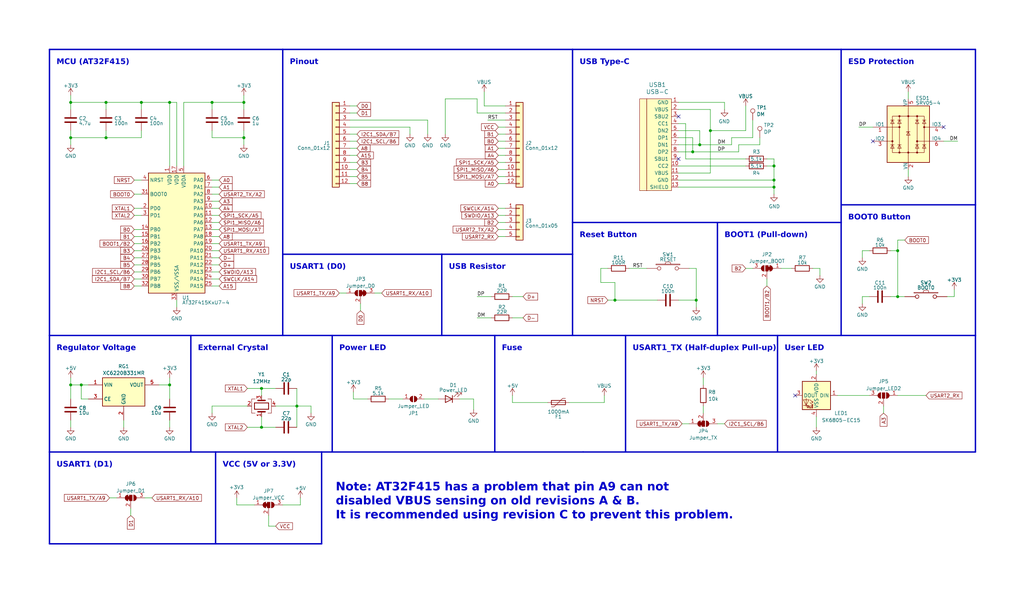
<source format=kicad_sch>
(kicad_sch (version 20231120) (generator "eeschema") (generator_version "8.0")
  (paper "User" 367.995 213.004)
  (title_block (title "Artemisia") (date "2024-04-25") (rev "2") (comment 1 "Copyright © 2024 HorrorTroll") (comment 2 "GPL2 License"))
  (junction (at 220.98 107.95))
  (junction (at 25.4 138.43))
  (junction (at 278.13 59.69))
  (junction (at 29.21 138.43))
  (junction (at 322.58 90.17))
  (junction (at 93.98 153.67))
  (junction (at 38.1 49.53))
  (junction (at 38.1 36.83))
  (junction (at 93.98 139.7))
  (junction (at 250.19 107.95))
  (junction (at 251.46 52.07))
  (junction (at 106.68 146.05))
  (junction (at 322.58 106.68))
  (junction (at 50.8 36.83))
  (junction (at 278.13 64.77))
  (junction (at 25.4 49.53))
  (junction (at 87.63 36.83))
  (junction (at 60.96 138.43))
  (junction (at 278.13 67.31))
  (junction (at 25.4 36.83))
  (junction (at 87.63 49.53))
  (junction (at 60.96 36.83))
  (junction (at 255.27 46.99))
  (junction (at 76.2 36.83))
  (junction (at 248.92 54.61))
  (no_connect (at 243.84 57.15))
  (no_connect (at 339.09 45.72))
  (no_connect (at 243.84 41.91))
  (no_connect (at 285.75 142.24))
  (no_connect (at 313.69 50.8))
  (polyline (pts (xy 350.52 73.66) (xy 350.52 120.65)) (stroke (width 0.5) (type solid)))
  (wire (pts (xy 125.73 55.88) (xy 128.27 55.88)))
  (wire (pts (xy 179.07 53.34) (xy 181.61 53.34)))
  (wire (pts (xy 226.06 96.52) (xy 232.41 96.52)))
  (wire (pts (xy 204.47 144.78) (xy 217.17 144.78)))
  (wire (pts (xy 76.2 69.85) (xy 78.74 69.85)))
  (wire (pts (xy 280.67 96.52) (xy 284.48 96.52)))
  (polyline (pts (xy 224.79 120.65) (xy 257.81 120.65)) (stroke (width 0.5) (type solid)))
  (wire (pts (xy 125.73 50.8) (xy 128.27 50.8)))
  (polyline (pts (xy 350.52 120.65) (xy 350.52 162.56)) (stroke (width 0.5) (type solid)))
  (wire (pts (xy 63.5 107.95) (xy 63.5 110.49)))
  (wire (pts (xy 267.97 46.99) (xy 255.27 46.99)))
  (wire (pts (xy 60.96 138.43) (xy 60.96 143.51)))
  (wire (pts (xy 127 143.51) (xy 132.08 143.51)))
  (wire (pts (xy 255.27 39.37) (xy 255.27 46.99)))
  (wire (pts (xy 179.07 55.88) (xy 181.61 55.88)))
  (wire (pts (xy 78.74 77.47) (xy 76.2 77.47)))
  (wire (pts (xy 44.45 151.13) (xy 44.45 153.67)))
  (wire (pts (xy 322.58 106.68) (xy 325.12 106.68)))
  (polyline (pts (xy 77.47 195.58) (xy 77.47 162.56)) (stroke (width 0.5) (type solid)))
  (wire (pts (xy 107.95 179.07) (xy 107.95 181.61)))
  (wire (pts (xy 187.96 114.3) (xy 184.15 114.3)))
  (wire (pts (xy 300.99 142.24) (xy 312.42 142.24)))
  (wire (pts (xy 342.9 104.14) (xy 342.9 106.68)))
  (wire (pts (xy 48.26 90.17) (xy 50.8 90.17)))
  (wire (pts (xy 85.09 179.07) (xy 85.09 181.61)))
  (wire (pts (xy 25.4 39.37) (xy 25.4 36.83)))
  (polyline (pts (xy 17.78 17.78) (xy 101.6 17.78)) (stroke (width 0.5) (type solid)))
  (wire (pts (xy 322.58 142.24) (xy 332.74 142.24)))
  (wire (pts (xy 66.04 36.83) (xy 76.2 36.83)))
  (wire (pts (xy 326.39 60.96) (xy 326.39 63.5)))
  (wire (pts (xy 243.84 46.99) (xy 251.46 46.99)))
  (wire (pts (xy 125.73 48.26) (xy 128.27 48.26)))
  (polyline (pts (xy 257.81 120.65) (xy 279.4 120.65)) (stroke (width 0.5) (type solid)))
  (wire (pts (xy 273.05 49.53) (xy 273.05 52.07)))
  (wire (pts (xy 278.13 64.77) (xy 278.13 59.69)))
  (wire (pts (xy 25.4 151.13) (xy 25.4 153.67)))
  (polyline (pts (xy 257.81 120.65) (xy 257.81 80.01)) (stroke (width 0.5) (type solid)))
  (polyline (pts (xy 279.4 162.56) (xy 279.4 120.65)) (stroke (width 0.5) (type solid)))
  (wire (pts (xy 179.07 82.55) (xy 181.61 82.55)))
  (polyline (pts (xy 224.79 162.56) (xy 224.79 120.65)) (stroke (width 0.5) (type solid)))
  (wire (pts (xy 217.17 144.78) (xy 217.17 142.24)))
  (polyline (pts (xy 224.79 162.56) (xy 279.4 162.56)) (stroke (width 0.5) (type solid)))
  (wire (pts (xy 76.2 36.83) (xy 76.2 39.37)))
  (wire (pts (xy 76.2 49.53) (xy 87.63 49.53)))
  (wire (pts (xy 93.98 139.7) (xy 93.98 142.24)))
  (wire (pts (xy 275.59 57.15) (xy 278.13 57.15)))
  (wire (pts (xy 48.26 87.63) (xy 50.8 87.63)))
  (wire (pts (xy 245.11 152.4) (xy 247.65 152.4)))
  (wire (pts (xy 257.81 152.4) (xy 260.35 152.4)))
  (wire (pts (xy 322.58 90.17) (xy 322.58 106.68)))
  (wire (pts (xy 78.74 64.77) (xy 76.2 64.77)))
  (wire (pts (xy 48.26 95.25) (xy 50.8 95.25)))
  (wire (pts (xy 50.8 36.83) (xy 60.96 36.83)))
  (wire (pts (xy 270.51 43.18) (xy 270.51 49.53)))
  (polyline (pts (xy 302.26 17.78) (xy 350.52 17.78)) (stroke (width 0.5) (type solid)))
  (wire (pts (xy 243.84 62.23) (xy 255.27 62.23)))
  (wire (pts (xy 220.98 107.95) (xy 236.22 107.95)))
  (wire (pts (xy 171.45 114.3) (xy 176.53 114.3)))
  (wire (pts (xy 179.07 58.42) (xy 181.61 58.42)))
  (wire (pts (xy 320.04 106.68) (xy 322.58 106.68)))
  (polyline (pts (xy 205.74 120.65) (xy 224.79 120.65)) (stroke (width 0.5) (type solid)))
  (polyline (pts (xy 302.26 17.78) (xy 302.26 73.66)) (stroke (width 0.5) (type solid)))
  (wire (pts (xy 63.5 36.83) (xy 63.5 59.69)))
  (wire (pts (xy 78.74 85.09) (xy 76.2 85.09)))
  (polyline (pts (xy 350.52 73.66) (xy 302.26 73.66)) (stroke (width 0.5) (type solid)))
  (wire (pts (xy 78.74 102.87) (xy 76.2 102.87)))
  (wire (pts (xy 48.26 97.79) (xy 50.8 97.79)))
  (wire (pts (xy 48.26 100.33) (xy 50.8 100.33)))
  (wire (pts (xy 179.07 45.72) (xy 181.61 45.72)))
  (wire (pts (xy 87.63 49.53) (xy 87.63 46.99)))
  (wire (pts (xy 267.97 96.52) (xy 270.51 96.52)))
  (wire (pts (xy 76.2 146.05) (xy 88.9 146.05)))
  (wire (pts (xy 171.45 35.56) (xy 160.02 35.56)))
  (wire (pts (xy 152.4 143.51) (xy 157.48 143.51)))
  (wire (pts (xy 128.27 38.1) (xy 125.73 38.1)))
  (wire (pts (xy 215.9 96.52) (xy 215.9 101.6)))
  (wire (pts (xy 38.1 36.83) (xy 50.8 36.83)))
  (wire (pts (xy 278.13 67.31) (xy 278.13 64.77)))
  (wire (pts (xy 88.9 139.7) (xy 93.98 139.7)))
  (wire (pts (xy 175.26 43.18) (xy 181.61 43.18)))
  (polyline (pts (xy 119.38 162.56) (xy 119.38 120.65)) (stroke (width 0.5) (type solid)))
  (wire (pts (xy 78.74 95.25) (xy 76.2 95.25)))
  (polyline (pts (xy 279.4 120.65) (xy 302.26 120.65)) (stroke (width 0.5) (type solid)))
  (wire (pts (xy 320.04 90.17) (xy 322.58 90.17)))
  (polyline (pts (xy 101.6 17.78) (xy 205.74 17.78)) (stroke (width 0.5) (type solid)))
  (wire (pts (xy 88.9 153.67) (xy 93.98 153.67)))
  (wire (pts (xy 251.46 46.99) (xy 251.46 52.07)))
  (wire (pts (xy 153.67 48.26) (xy 153.67 43.18)))
  (wire (pts (xy 250.19 96.52) (xy 247.65 96.52)))
  (wire (pts (xy 184.15 144.78) (xy 184.15 142.24)))
  (wire (pts (xy 52.07 179.07) (xy 54.61 179.07)))
  (polyline (pts (xy 68.58 120.65) (xy 101.6 120.65)) (stroke (width 0.5) (type solid)))
  (wire (pts (xy 48.26 92.71) (xy 50.8 92.71)))
  (wire (pts (xy 134.62 105.41) (xy 137.16 105.41)))
  (wire (pts (xy 322.58 86.36) (xy 322.58 90.17)))
  (wire (pts (xy 85.09 181.61) (xy 91.44 181.61)))
  (polyline (pts (xy 350.52 162.56) (xy 279.4 162.56)) (stroke (width 0.5) (type solid)))
  (wire (pts (xy 38.1 49.53) (xy 25.4 49.53)))
  (polyline (pts (xy 17.78 162.56) (xy 68.58 162.56)) (stroke (width 0.5) (type solid)))
  (wire (pts (xy 66.04 36.83) (xy 66.04 59.69)))
  (wire (pts (xy 179.07 50.8) (xy 181.61 50.8)))
  (wire (pts (xy 275.59 59.69) (xy 278.13 59.69)))
  (wire (pts (xy 293.37 149.86) (xy 293.37 153.67)))
  (polyline (pts (xy 205.74 80.01) (xy 205.74 91.44)) (stroke (width 0.5) (type solid)))
  (wire (pts (xy 179.07 63.5) (xy 181.61 63.5)))
  (polyline (pts (xy 17.78 162.56) (xy 17.78 195.58)) (stroke (width 0.5) (type solid)))
  (wire (pts (xy 243.84 49.53) (xy 248.92 49.53)))
  (wire (pts (xy 153.67 43.18) (xy 125.73 43.18)))
  (wire (pts (xy 125.73 45.72) (xy 147.32 45.72)))
  (wire (pts (xy 294.64 96.52) (xy 292.1 96.52)))
  (polyline (pts (xy 119.38 120.65) (xy 158.75 120.65)) (stroke (width 0.5) (type solid)))
  (wire (pts (xy 25.4 49.53) (xy 25.4 52.07)))
  (polyline (pts (xy 158.75 91.44) (xy 205.74 91.44)) (stroke (width 0.5) (type solid)))
  (wire (pts (xy 101.6 181.61) (xy 107.95 181.61)))
  (wire (pts (xy 48.26 69.85) (xy 50.8 69.85)))
  (wire (pts (xy 78.74 97.79) (xy 76.2 97.79)))
  (wire (pts (xy 252.73 135.89) (xy 252.73 138.43)))
  (wire (pts (xy 275.59 102.87) (xy 275.59 100.33)))
  (wire (pts (xy 270.51 49.53) (xy 262.89 49.53)))
  (wire (pts (xy 187.96 106.68) (xy 184.15 106.68)))
  (wire (pts (xy 267.97 38.1) (xy 267.97 46.99)))
  (wire (pts (xy 294.64 96.52) (xy 294.64 99.06)))
  (wire (pts (xy 179.07 48.26) (xy 181.61 48.26)))
  (polyline (pts (xy 350.52 17.78) (xy 350.52 73.66)) (stroke (width 0.5) (type solid)))
  (wire (pts (xy 25.4 138.43) (xy 29.21 138.43)))
  (wire (pts (xy 278.13 67.31) (xy 278.13 69.85)))
  (polyline (pts (xy 115.57 162.56) (xy 119.38 162.56)) (stroke (width 0.5) (type solid)))
  (wire (pts (xy 165.1 143.51) (xy 170.18 143.51)))
  (wire (pts (xy 60.96 151.13) (xy 60.96 153.67)))
  (wire (pts (xy 255.27 46.99) (xy 255.27 62.23)))
  (wire (pts (xy 76.2 49.53) (xy 76.2 46.99)))
  (wire (pts (xy 171.45 40.64) (xy 181.61 40.64)))
  (wire (pts (xy 179.07 74.93) (xy 181.61 74.93)))
  (wire (pts (xy 50.8 36.83) (xy 50.8 39.37)))
  (wire (pts (xy 170.18 147.32) (xy 170.18 143.51)))
  (polyline (pts (xy 101.6 17.78) (xy 101.6 91.44)) (stroke (width 0.5) (type solid)))
  (wire (pts (xy 173.99 38.1) (xy 181.61 38.1)))
  (wire (pts (xy 243.84 64.77) (xy 278.13 64.77)))
  (wire (pts (xy 160.02 35.56) (xy 160.02 48.26)))
  (polyline (pts (xy 158.75 120.65) (xy 177.8 120.65)) (stroke (width 0.5) (type solid)))
  (polyline (pts (xy 17.78 120.65) (xy 17.78 17.78)) (stroke (width 0.5) (type solid)))
  (wire (pts (xy 325.12 86.36) (xy 322.58 86.36)))
  (wire (pts (xy 171.45 35.56) (xy 171.45 40.64)))
  (polyline (pts (xy 68.58 162.56) (xy 68.58 120.65)) (stroke (width 0.5) (type solid)))
  (polyline (pts (xy 101.6 91.44) (xy 101.6 120.65)) (stroke (width 0.5) (type solid)))
  (polyline (pts (xy 177.8 120.65) (xy 205.74 120.65)) (stroke (width 0.5) (type solid)))
  (wire (pts (xy 38.1 36.83) (xy 38.1 39.37)))
  (wire (pts (xy 218.44 107.95) (xy 220.98 107.95)))
  (wire (pts (xy 93.98 153.67) (xy 99.06 153.67)))
  (wire (pts (xy 78.74 100.33) (xy 76.2 100.33)))
  (wire (pts (xy 308.61 45.72) (xy 313.69 45.72)))
  (wire (pts (xy 128.27 40.64) (xy 125.73 40.64)))
  (wire (pts (xy 106.68 139.7) (xy 106.68 146.05)))
  (wire (pts (xy 243.84 54.61) (xy 248.92 54.61)))
  (wire (pts (xy 260.35 36.83) (xy 243.84 36.83)))
  (wire (pts (xy 293.37 133.35) (xy 293.37 134.62)))
  (wire (pts (xy 78.74 90.17) (xy 76.2 90.17)))
  (polyline (pts (xy 17.78 195.58) (xy 77.47 195.58)) (stroke (width 0.5) (type solid)))
  (wire (pts (xy 76.2 36.83) (xy 87.63 36.83)))
  (polyline (pts (xy 101.6 120.65) (xy 119.38 120.65)) (stroke (width 0.5) (type solid)))
  (wire (pts (xy 339.09 50.8) (xy 344.17 50.8)))
  (wire (pts (xy 220.98 101.6) (xy 220.98 107.95)))
  (wire (pts (xy 125.73 53.34) (xy 128.27 53.34)))
  (wire (pts (xy 309.88 90.17) (xy 309.88 92.71)))
  (wire (pts (xy 173.99 33.02) (xy 173.99 38.1)))
  (wire (pts (xy 326.39 33.02) (xy 326.39 35.56)))
  (wire (pts (xy 31.75 143.51) (xy 29.21 143.51)))
  (wire (pts (xy 252.73 146.05) (xy 252.73 148.59)))
  (polyline (pts (xy 302.26 120.65) (xy 302.26 80.01)) (stroke (width 0.5) (type solid)))
  (wire (pts (xy 111.76 146.05) (xy 111.76 148.59)))
  (polyline (pts (xy 101.6 91.44) (xy 158.75 91.44)) (stroke (width 0.5) (type solid)))
  (wire (pts (xy 184.15 144.78) (xy 196.85 144.78)))
  (polyline (pts (xy 177.8 162.56) (xy 209.55 162.56)) (stroke (width 0.5) (type solid)))
  (wire (pts (xy 179.07 77.47) (xy 181.61 77.47)))
  (polyline (pts (xy 209.55 162.56) (xy 224.79 162.56)) (stroke (width 0.5) (type solid)))
  (wire (pts (xy 78.74 87.63) (xy 76.2 87.63)))
  (wire (pts (xy 309.88 109.22) (xy 309.88 106.68)))
  (wire (pts (xy 139.7 143.51) (xy 144.78 143.51)))
  (wire (pts (xy 50.8 46.99) (xy 50.8 49.53)))
  (wire (pts (xy 246.38 57.15) (xy 267.97 57.15)))
  (wire (pts (xy 179.07 80.01) (xy 181.61 80.01)))
  (wire (pts (xy 25.4 135.89) (xy 25.4 138.43)))
  (polyline (pts (xy 257.81 80.01) (xy 302.26 80.01)) (stroke (width 0.5) (type solid)))
  (wire (pts (xy 260.35 39.37) (xy 260.35 36.83)))
  (polyline (pts (xy 17.78 120.65) (xy 17.78 162.56)) (stroke (width 0.5) (type solid)))
  (polyline (pts (xy 115.57 195.58) (xy 115.57 162.56)) (stroke (width 0.5) (type solid)))
  (wire (pts (xy 179.07 85.09) (xy 181.61 85.09)))
  (wire (pts (xy 309.88 106.68) (xy 312.42 106.68)))
  (wire (pts (xy 87.63 36.83) (xy 87.63 39.37)))
  (wire (pts (xy 265.43 52.07) (xy 273.05 52.07)))
  (wire (pts (xy 48.26 74.93) (xy 50.8 74.93)))
  (wire (pts (xy 48.26 85.09) (xy 50.8 85.09)))
  (wire (pts (xy 96.52 185.42) (xy 96.52 189.23)))
  (wire (pts (xy 25.4 49.53) (xy 25.4 46.99)))
  (wire (pts (xy 215.9 96.52) (xy 218.44 96.52)))
  (wire (pts (xy 48.26 64.77) (xy 50.8 64.77)))
  (wire (pts (xy 93.98 149.86) (xy 93.98 153.67)))
  (wire (pts (xy 25.4 34.29) (xy 25.4 36.83)))
  (wire (pts (xy 309.88 90.17) (xy 312.42 90.17)))
  (wire (pts (xy 251.46 52.07) (xy 262.89 52.07)))
  (polyline (pts (xy 77.47 195.58) (xy 115.57 195.58)) (stroke (width 0.5) (type solid)))
  (wire (pts (xy 246.38 44.45) (xy 246.38 57.15)))
  (wire (pts (xy 248.92 54.61) (xy 265.43 54.61)))
  (wire (pts (xy 25.4 36.83) (xy 38.1 36.83)))
  (wire (pts (xy 60.96 36.83) (xy 60.96 59.69)))
  (wire (pts (xy 147.32 45.72) (xy 147.32 48.26)))
  (wire (pts (xy 48.26 77.47) (xy 50.8 77.47)))
  (wire (pts (xy 121.92 105.41) (xy 124.46 105.41)))
  (polyline (pts (xy 68.58 162.56) (xy 77.47 162.56)) (stroke (width 0.5) (type solid)))
  (wire (pts (xy 78.74 92.71) (xy 76.2 92.71)))
  (wire (pts (xy 125.73 66.04) (xy 128.27 66.04)))
  (wire (pts (xy 129.54 109.22) (xy 129.54 111.76)))
  (wire (pts (xy 96.52 189.23) (xy 99.06 189.23)))
  (wire (pts (xy 171.45 106.68) (xy 176.53 106.68)))
  (wire (pts (xy 78.74 80.01) (xy 76.2 80.01)))
  (wire (pts (xy 46.99 182.88) (xy 46.99 185.42)))
  (wire (pts (xy 278.13 59.69) (xy 278.13 57.15)))
  (wire (pts (xy 179.07 66.04) (xy 181.61 66.04)))
  (wire (pts (xy 125.73 58.42) (xy 128.27 58.42)))
  (polyline (pts (xy 177.8 162.56) (xy 177.8 120.65)) (stroke (width 0.5) (type solid)))
  (wire (pts (xy 243.84 44.45) (xy 246.38 44.45)))
  (polyline (pts (xy 205.74 80.01) (xy 257.81 80.01)) (stroke (width 0.5) (type solid)))
  (polyline (pts (xy 205.74 17.78) (xy 302.26 17.78)) (stroke (width 0.5) (type solid)))
  (wire (pts (xy 57.15 138.43) (xy 60.96 138.43)))
  (wire (pts (xy 78.74 67.31) (xy 76.2 67.31)))
  (polyline (pts (xy 350.52 120.65) (xy 302.26 120.65)) (stroke (width 0.5) (type solid)))
  (wire (pts (xy 29.21 138.43) (xy 31.75 138.43)))
  (wire (pts (xy 87.63 49.53) (xy 87.63 52.07)))
  (wire (pts (xy 243.84 107.95) (xy 250.19 107.95)))
  (wire (pts (xy 265.43 52.07) (xy 265.43 54.61)))
  (polyline (pts (xy 17.78 120.65) (xy 68.58 120.65)) (stroke (width 0.5) (type solid)))
  (wire (pts (xy 76.2 72.39) (xy 78.74 72.39)))
  (wire (pts (xy 243.84 39.37) (xy 255.27 39.37)))
  (wire (pts (xy 215.9 101.6) (xy 220.98 101.6)))
  (wire (pts (xy 38.1 46.99) (xy 38.1 49.53)))
  (wire (pts (xy 93.98 139.7) (xy 99.06 139.7)))
  (wire (pts (xy 48.26 82.55) (xy 50.8 82.55)))
  (wire (pts (xy 99.06 146.05) (xy 106.68 146.05)))
  (wire (pts (xy 317.5 146.05) (xy 317.5 148.59)))
  (wire (pts (xy 127 140.97) (xy 127 143.51)))
  (wire (pts (xy 125.73 60.96) (xy 128.27 60.96)))
  (wire (pts (xy 248.92 49.53) (xy 248.92 54.61)))
  (wire (pts (xy 262.89 49.53) (xy 262.89 52.07)))
  (wire (pts (xy 48.26 102.87) (xy 50.8 102.87)))
  (wire (pts (xy 87.63 34.29) (xy 87.63 36.83)))
  (polyline (pts (xy 119.38 162.56) (xy 177.8 162.56)) (stroke (width 0.5) (type solid)))
  (wire (pts (xy 29.21 143.51) (xy 29.21 138.43)))
  (wire (pts (xy 243.84 59.69) (xy 267.97 59.69)))
  (polyline (pts (xy 302.26 73.66) (xy 302.26 80.01)) (stroke (width 0.5) (type solid)))
  (wire (pts (xy 106.68 146.05) (xy 106.68 153.67)))
  (wire (pts (xy 125.73 63.5) (xy 128.27 63.5)))
  (wire (pts (xy 60.96 36.83) (xy 63.5 36.83)))
  (polyline (pts (xy 77.47 162.56) (xy 115.57 162.56)) (stroke (width 0.5) (type solid)))
  (polyline (pts (xy 205.74 17.78) (xy 205.74 80.01)) (stroke (width 0.5) (type solid)))
  (wire (pts (xy 106.68 146.05) (xy 111.76 146.05)))
  (wire (pts (xy 39.37 179.07) (xy 41.91 179.07)))
  (polyline (pts (xy 158.75 120.65) (xy 158.75 91.44)) (stroke (width 0.5) (type solid)))
  (wire (pts (xy 25.4 138.43) (xy 25.4 143.51)))
  (wire (pts (xy 78.74 74.93) (xy 76.2 74.93)))
  (polyline (pts (xy 205.74 120.65) (xy 205.74 91.44)) (stroke (width 0.5) (type solid)))
  (wire (pts (xy 60.96 135.89) (xy 60.96 138.43)))
  (wire (pts (xy 342.9 106.68) (xy 340.36 106.68)))
  (wire (pts (xy 250.19 107.95) (xy 250.19 110.49)))
  (wire (pts (xy 50.8 49.53) (xy 38.1 49.53)))
  (wire (pts (xy 78.74 82.55) (xy 76.2 82.55)))
  (wire (pts (xy 179.07 60.96) (xy 181.61 60.96)))
  (wire (pts (xy 76.2 146.05) (xy 76.2 148.59)))
  (wire (pts (xy 243.84 52.07) (xy 251.46 52.07)))
  (wire (pts (xy 250.19 96.52) (xy 250.19 107.95)))
  (wire (pts (xy 243.84 67.31) (xy 278.13 67.31)))
  (text "BOOT0 Button" (at 304.8 80.01 0) (effects (font (size 2 2) (thickness 0.4) (bold yes)) (justify left bottom)))
  (text "MCU (AT32F415)" (at 20.32 24.13 0) (effects (font (size 2 2) (thickness 0.4) (bold yes)) (justify left bottom)))
  (text "USART1 (D0)" (at 104.14 97.79 0) (effects (font (size 2 2) (thickness 0.4) (bold yes)) (justify left bottom)))
  (text "USART1 (D1)" (at 20.32 168.91 0) (effects (font (size 2 2) (thickness 0.4) (bold yes)) (justify left bottom)))
  (text "Power LED" (at 121.92 127 0) (effects (font (size 2 2) (thickness 0.4) (bold yes)) (justify left bottom)))
  (text "ESD Protection" (at 304.8 24.13 0) (effects (font (size 2 2) (thickness 0.4) (bold yes)) (justify left bottom)))
  (text "Regulator Voltage" (at 20.32 127 0) (effects (font (size 2 2) (thickness 0.4) (bold yes)) (justify left bottom)))
  (text "VCC (5V or 3.3V)" (at 80.01 168.91 0) (effects (font (size 2 2) (thickness 0.4) (bold yes)) (justify left bottom)))
  (text "Note: AT32F415 has a problem that pin A9 can not\ndisabled VBUS sensing on old revisions A & B.\nIt is recommended using revision C to prevent this problem." (at 120.65 187.96 0) (effects (font (size 3 3) (thickness 0.4) (bold yes)) (justify left bottom)))
  (text "User LED" (at 281.94 127 0) (effects (font (size 2 2) (thickness 0.4) (bold yes)) (justify left bottom)))
  (text "USB Resistor" (at 161.29 97.79 0) (effects (font (size 2 2) (thickness 0.4) (bold yes)) (justify left bottom)))
  (text "BOOT1 (Pull-down)" (at 260.35 86.36 0) (effects (font (size 2 2) (thickness 0.4) (bold yes)) (justify left bottom)))
  (text "Pinout" (at 104.14 24.13 0) (effects (font (size 2 2) (thickness 0.4) (bold yes)) (justify left bottom)))
  (text "External Crystal" (at 71.12 127 0) (effects (font (size 2 2) (thickness 0.4) (bold yes)) (justify left bottom)))
  (text "USB Type-C" (at 208.28 24.13 0) (effects (font (size 2 2) (thickness 0.4) (bold yes)) (justify left bottom)))
  (text "USART1_TX (Half-duplex Pull-up)" (at 227.33 127 0) (effects (font (size 2 2) (thickness 0.4) (bold yes)) (justify left bottom)))
  (text "Fuse" (at 180.34 127 0) (effects (font (size 2 2) (thickness 0.4) (bold yes)) (justify left bottom)))
  (text "Reset Button" (at 208.28 86.36 0) (effects (font (size 2 2) (thickness 0.4) (bold yes)) (justify left bottom)))
  (label "DM" (at 171.45 114.3 0))
  (label "DM" (at 257.81 52.07 0))
  (label "DM" (at 344.17 50.8 180))
  (label "RST" (at 175.26 43.18 0))
  (label "RST" (at 227.33 96.52 0))
  (label "DP" (at 257.81 54.61 0))
  (label "DP" (at 171.45 106.68 0))
  (label "DP" (at 308.61 45.72 0))
  (global_label "D0" (shape input) (at 129.54 111.76 270) (property "Intersheetrefs" "${INTERSHEET_REFS}" (effects (hide yes))))
  (global_label "A0" (shape input) (at 78.74 64.77 0) (property "Intersheetrefs" "${INTERSHEET_REFS}" (effects (hide yes))))
  (global_label "USART1_RX{slash}A10" (shape input) (at 54.61 179.07 0) (property "Intersheetrefs" "${INTERSHEET_REFS}" (effects (hide yes))))
  (global_label "USART2_TX{slash}A2" (shape input) (at 179.07 82.55 180) (property "Intersheetrefs" "${INTERSHEET_REFS}" (effects (hide yes))))
  (global_label "A1" (shape input) (at 179.07 53.34 180) (property "Intersheetrefs" "${INTERSHEET_REFS}" (effects (hide yes))))
  (global_label "XTAL2" (shape input) (at 48.26 77.47 180) (property "Intersheetrefs" "${INTERSHEET_REFS}" (effects (hide yes))))
  (global_label "B4" (shape input) (at 128.27 60.96 0) (property "Intersheetrefs" "${INTERSHEET_REFS}" (effects (hide yes))))
  (global_label "SWDIO{slash}A13" (shape input) (at 179.07 77.47 180) (property "Intersheetrefs" "${INTERSHEET_REFS}" (effects (hide yes))))
  (global_label "I2C1_SDA{slash}B7" (shape input) (at 48.26 100.33 180) (property "Intersheetrefs" "${INTERSHEET_REFS}" (effects (hide yes))))
  (global_label "A0" (shape input) (at 179.07 66.04 180) (property "Intersheetrefs" "${INTERSHEET_REFS}" (effects (hide yes))))
  (global_label "A8" (shape input) (at 128.27 53.34 0) (property "Intersheetrefs" "${INTERSHEET_REFS}" (effects (hide yes))))
  (global_label "B0" (shape input) (at 179.07 50.8 180) (property "Intersheetrefs" "${INTERSHEET_REFS}" (effects (hide yes))))
  (global_label "SPI1_MOSI{slash}A7" (shape input) (at 78.74 82.55 0) (property "Intersheetrefs" "${INTERSHEET_REFS}" (effects (hide yes))))
  (global_label "B1" (shape input) (at 179.07 48.26 180) (property "Intersheetrefs" "${INTERSHEET_REFS}" (effects (hide yes))))
  (global_label "SPI1_MOSI{slash}A7" (shape input) (at 179.07 63.5 180) (property "Intersheetrefs" "${INTERSHEET_REFS}" (effects (hide yes))))
  (global_label "BOOT0" (shape input) (at 325.12 86.36 0) (property "Intersheetrefs" "${INTERSHEET_REFS}" (effects (hide yes))))
  (global_label "D+" (shape input) (at 78.74 95.25 0) (property "Intersheetrefs" "${INTERSHEET_REFS}" (effects (hide yes))))
  (global_label "B2" (shape input) (at 267.97 96.52 180) (property "Intersheetrefs" "${INTERSHEET_REFS}" (effects (hide yes))))
  (global_label "BOOT1{slash}B2" (shape input) (at 275.59 102.87 270) (property "Intersheetrefs" "${INTERSHEET_REFS}" (effects (hide yes))))
  (global_label "B1" (shape input) (at 48.26 85.09 180) (property "Intersheetrefs" "${INTERSHEET_REFS}" (effects (hide yes))))
  (global_label "I2C1_SCL{slash}B6" (shape input) (at 260.35 152.4 0) (property "Intersheetrefs" "${INTERSHEET_REFS}" (effects (hide yes))))
  (global_label "USART2_RX" (shape input) (at 332.74 142.24 0) (property "Intersheetrefs" "${INTERSHEET_REFS}" (effects (hide yes))))
  (global_label "B3" (shape input) (at 128.27 58.42 0) (property "Intersheetrefs" "${INTERSHEET_REFS}" (effects (hide yes))))
  (global_label "SPI1_SCK{slash}A5" (shape input) (at 179.07 58.42 180) (property "Intersheetrefs" "${INTERSHEET_REFS}" (effects (hide yes))))
  (global_label "I2C1_SCL{slash}B6" (shape input) (at 128.27 50.8 0) (property "Intersheetrefs" "${INTERSHEET_REFS}" (effects (hide yes))))
  (global_label "SPI1_SCK{slash}A5" (shape input) (at 78.74 77.47 0) (property "Intersheetrefs" "${INTERSHEET_REFS}" (effects (hide yes))))
  (global_label "SPI1_MISO{slash}A6" (shape input) (at 78.74 80.01 0) (property "Intersheetrefs" "${INTERSHEET_REFS}" (effects (hide yes))))
  (global_label "B5" (shape input) (at 128.27 63.5 0) (property "Intersheetrefs" "${INTERSHEET_REFS}" (effects (hide yes))))
  (global_label "XTAL1" (shape input) (at 88.9 139.7 180) (property "Intersheetrefs" "${INTERSHEET_REFS}" (effects (hide yes))))
  (global_label "BOOT1{slash}B2" (shape input) (at 48.26 87.63 180) (property "Intersheetrefs" "${INTERSHEET_REFS}" (effects (hide yes))))
  (global_label "A8" (shape input) (at 78.74 85.09 0) (property "Intersheetrefs" "${INTERSHEET_REFS}" (effects (hide yes))))
  (global_label "D+" (shape input) (at 187.96 106.68 0) (property "Intersheetrefs" "${INTERSHEET_REFS}" (effects (hide yes))))
  (global_label "A15" (shape input) (at 128.27 55.88 0) (property "Intersheetrefs" "${INTERSHEET_REFS}" (effects (hide yes))))
  (global_label "USART2_TX{slash}A2" (shape input) (at 78.74 69.85 0) (property "Intersheetrefs" "${INTERSHEET_REFS}" (effects (hide yes))))
  (global_label "B0" (shape input) (at 48.26 82.55 180) (property "Intersheetrefs" "${INTERSHEET_REFS}" (effects (hide yes))))
  (global_label "USART1_TX{slash}A9" (shape input) (at 121.92 105.41 180) (property "Intersheetrefs" "${INTERSHEET_REFS}" (effects (hide yes))))
  (global_label "USART1_RX{slash}A10" (shape input) (at 78.74 90.17 0) (property "Intersheetrefs" "${INTERSHEET_REFS}" (effects (hide yes))))
  (global_label "D-" (shape input) (at 187.96 114.3 0) (property "Intersheetrefs" "${INTERSHEET_REFS}" (effects (hide yes))))
  (global_label "XTAL2" (shape input) (at 88.9 153.67 180) (property "Intersheetrefs" "${INTERSHEET_REFS}" (effects (hide yes))))
  (global_label "BOOT0" (shape input) (at 48.26 69.85 180) (property "Intersheetrefs" "${INTERSHEET_REFS}" (effects (hide yes))))
  (global_label "SWCLK{slash}A14" (shape input) (at 179.07 74.93 180) (property "Intersheetrefs" "${INTERSHEET_REFS}" (effects (hide yes))))
  (global_label "B3" (shape input) (at 48.26 90.17 180) (property "Intersheetrefs" "${INTERSHEET_REFS}" (effects (hide yes))))
  (global_label "USART1_TX{slash}A9" (shape input) (at 39.37 179.07 180) (property "Intersheetrefs" "${INTERSHEET_REFS}" (effects (hide yes))))
  (global_label "D1" (shape input) (at 128.27 40.64 0) (property "Intersheetrefs" "${INTERSHEET_REFS}" (effects (hide yes))))
  (global_label "SPI1_MISO{slash}A6" (shape input) (at 179.07 60.96 180) (property "Intersheetrefs" "${INTERSHEET_REFS}" (effects (hide yes))))
  (global_label "B8" (shape input) (at 48.26 102.87 180) (property "Intersheetrefs" "${INTERSHEET_REFS}" (effects (hide yes))))
  (global_label "A3" (shape input) (at 78.74 72.39 0) (property "Intersheetrefs" "${INTERSHEET_REFS}" (effects (hide yes))))
  (global_label "VCC" (shape input) (at 179.07 45.72 180) (property "Intersheetrefs" "${INTERSHEET_REFS}" (effects (hide yes))))
  (global_label "USART1_TX{slash}A9" (shape input) (at 245.11 152.4 180) (property "Intersheetrefs" "${INTERSHEET_REFS}" (effects (hide yes))))
  (global_label "NRST" (shape input) (at 48.26 64.77 180) (property "Intersheetrefs" "${INTERSHEET_REFS}" (effects (hide yes))))
  (global_label "A1" (shape input) (at 78.74 67.31 0) (property "Intersheetrefs" "${INTERSHEET_REFS}" (effects (hide yes))))
  (global_label "B2" (shape input) (at 179.07 80.01 180) (property "Intersheetrefs" "${INTERSHEET_REFS}" (effects (hide yes))))
  (global_label "D-" (shape input) (at 78.74 92.71 0) (property "Intersheetrefs" "${INTERSHEET_REFS}" (effects (hide yes))))
  (global_label "D0" (shape input) (at 128.27 38.1 0) (property "Intersheetrefs" "${INTERSHEET_REFS}" (effects (hide yes))))
  (global_label "USART1_TX{slash}A9" (shape input) (at 78.74 87.63 0) (property "Intersheetrefs" "${INTERSHEET_REFS}" (effects (hide yes))))
  (global_label "D1" (shape input) (at 46.99 185.42 270) (property "Intersheetrefs" "${INTERSHEET_REFS}" (effects (hide yes))))
  (global_label "SWCLK{slash}A14" (shape input) (at 78.74 100.33 0) (property "Intersheetrefs" "${INTERSHEET_REFS}" (effects (hide yes))))
  (global_label "B8" (shape input) (at 128.27 66.04 0) (property "Intersheetrefs" "${INTERSHEET_REFS}" (effects (hide yes))))
  (global_label "XTAL1" (shape input) (at 48.26 74.93 180) (property "Intersheetrefs" "${INTERSHEET_REFS}" (effects (hide yes))))
  (global_label "A3" (shape input) (at 317.5 148.59 270) (property "Intersheetrefs" "${INTERSHEET_REFS}" (effects (hide yes))))
  (global_label "I2C1_SDA{slash}B7" (shape input) (at 128.27 48.26 0) (property "Intersheetrefs" "${INTERSHEET_REFS}" (effects (hide yes))))
  (global_label "VCC" (shape input) (at 99.06 189.23 0) (property "Intersheetrefs" "${INTERSHEET_REFS}" (effects (hide yes))))
  (global_label "B4" (shape input) (at 48.26 92.71 180) (property "Intersheetrefs" "${INTERSHEET_REFS}" (effects (hide yes))))
  (global_label "SWDIO{slash}A13" (shape input) (at 78.74 97.79 0) (property "Intersheetrefs" "${INTERSHEET_REFS}" (effects (hide yes))))
  (global_label "USART1_RX{slash}A10" (shape input) (at 137.16 105.41 0) (property "Intersheetrefs" "${INTERSHEET_REFS}" (effects (hide yes))))
  (global_label "A4" (shape input) (at 78.74 74.93 0) (property "Intersheetrefs" "${INTERSHEET_REFS}" (effects (hide yes))))
  (global_label "A15" (shape input) (at 78.74 102.87 0) (property "Intersheetrefs" "${INTERSHEET_REFS}" (effects (hide yes))))
  (global_label "NRST" (shape input) (at 218.44 107.95 180) (property "Intersheetrefs" "${INTERSHEET_REFS}" (effects (hide yes))))
  (global_label "A4" (shape input) (at 179.07 55.88 180) (property "Intersheetrefs" "${INTERSHEET_REFS}" (effects (hide yes))))
  (global_label "USART2_RX" (shape input) (at 179.07 85.09 180) (property "Intersheetrefs" "${INTERSHEET_REFS}" (effects (hide yes))))
  (global_label "I2C1_SCL{slash}B6" (shape input) (at 48.26 97.79 180) (property "Intersheetrefs" "${INTERSHEET_REFS}" (effects (hide yes))))
  (global_label "B5" (shape input) (at 48.26 95.25 180) (property "Intersheetrefs" "${INTERSHEET_REFS}" (effects (hide yes))))
  (symbol (lib_id "Jumper:SolderJumper_3_Bridged12") (at 252.73 152.4 0) (mirror x) (unit 1)
    (property "Reference" "JP4" (at 252.73 155.0091 0))
    (property "Value" "Jumper_TX" (at 252.73 157.4334 0))
    (property "Footprint" "HorrorTroll_lib:SolderJumper-3_Bridged_12_Small" (effects (hide yes)))
    (property "Description" "3-pole Solder Jumper, pins 1+2 closed/bridged" (effects (hide yes)))
  )
  (symbol (lib_id "power:GND") (at 326.39 63.5 0) (unit 1)
    (property "Reference" "#PWR029" (effects (hide yes)))
    (property "Value" "GND" (at 326.39 67.5561 0))
  )
  (symbol (lib_id "power:+3V3") (at 85.09 179.07 0) (unit 1)
    (property "Reference" "#PWR033" (effects (hide yes)))
    (property "Value" "+3V3" (at 87.63 175.26 0) (effects (justify right)))
  )
  (symbol (lib_id "Device:Polyfuse") (at 200.66 144.78 270) (unit 1)
    (property "Reference" "F1" (at 200.66 149.86 90))
    (property "Value" "1000mA" (at 200.66 148.0978 90))
    (property "Footprint" "Fuse:Fuse_0603_1608Metric" (effects (hide yes)))
    (property "LCSC Part Number" "C516069" (effects (hide yes)))
  )
  (symbol (lib_id "Power_Protection:SRV05-4") (at 326.39 48.26 0) (unit 1)
    (property "Reference" "ESD1" (at 329.0317 35.2679 0) (effects (justify left)))
    (property "Value" "SRV05-4" (at 329.0317 37.0301 0) (effects (justify left)))
    (property "Footprint" "Package_TO_SOT_SMD:SOT-23-6" (effects (hide yes)))
    (property "Datasheet" "http://www.onsemi.com/pub/Collateral/SRV05-4-D.PDF" (effects (hide yes)))
    (property "LCSC Part Number" "C85364" (effects (hide yes)))
  )
  (symbol (lib_id "power:GND") (at 294.64 99.06 0) (mirror y) (unit 1)
    (property "Reference" "#PWR030" (effects (hide yes)))
    (property "Value" "GND" (at 294.64 103.1161 0))
  )
  (symbol (lib_id "Device:C") (at 25.4 43.18 180) (unit 1)
    (property "Reference" "C2" (at 28.321 42.5855 0) (effects (justify right)))
    (property "Value" "4.7u" (at 28.321 44.3477 0) (effects (justify right)))
    (property "Footprint" "Capacitor_SMD:C_0402_1005Metric" (effects (hide yes)))
    (property "LCSC Part Number" "C23733" (effects (hide yes)))
  )
  (symbol (lib_id "power:+3V3") (at 293.37 133.35 0) (unit 1)
    (property "Reference" "#PWR031" (effects (hide yes)))
    (property "Value" "+3V3" (at 293.37 129.8671 0))
  )
  (symbol (lib_id "horrortroll_lib:SW_PUSH") (at 240.03 96.52 0) (unit 1)
    (property "Reference" "SW1" (at 240.03 91.5289 0))
    (property "Value" "RESET" (at 240.03 93.2911 0))
    (property "Footprint" "HorrorTroll_lib:SW_SPST_Little_Turtle_2P_no_silk" (effects (hide yes)))
    (property "LCSC Part Number" "C720477" (effects (hide yes)))
  )
  (symbol (lib_id "power:+3V3") (at 87.63 34.29 0) (unit 1)
    (property "Reference" "#PWR02" (effects (hide yes)))
    (property "Value" "+3V3" (at 87.63 30.8071 0))
  )
  (symbol (lib_id "power:+5V") (at 184.15 142.24 0) (unit 1)
    (property "Reference" "#PWR027" (effects (hide yes)))
    (property "Value" "+5V" (at 184.15 138.7571 0))
  )
  (symbol (lib_id "Connector:TestPoint") (at 270.51 43.18 0) (unit 1)
    (property "Reference" "TP1" (at 271.907 38.6658 0) (effects (justify left)))
    (property "Value" "DM" (at 271.907 41.0901 0) (effects (justify left)))
    (property "Footprint" "HorrorTroll_lib:TestPoint_Pad_D1.0mm_no_silk" (effects (hide yes)))
    (property "Description" "test point" (effects (hide yes)))
  )
  (symbol (lib_id "horrortroll_lib:SW_PUSH") (at 332.74 106.68 0) (unit 1)
    (property "Reference" "SW2" (at 332.74 101.6889 0))
    (property "Value" "BOOT0" (at 332.74 103.4511 0))
    (property "Footprint" "HorrorTroll_lib:SW_SPST_Little_Turtle_2P_no_silk_reversible" (effects (hide yes)))
    (property "LCSC Part Number" "C720477" (effects (hide yes)))
  )
  (symbol (lib_id "Jumper:SolderJumper_3_Bridged12") (at 46.99 179.07 0) (unit 1)
    (property "Reference" "JP6" (at 46.99 174.0365 0))
    (property "Value" "Jumper_D1" (at 46.99 176.4608 0))
    (property "Footprint" "HorrorTroll_lib:SolderJumper-3_Bridged_12_Small" (effects (hide yes)))
    (property "Description" "3-pole Solder Jumper, pins 1+2 closed/bridged" (effects (hide yes)))
  )
  (symbol (lib_id "Device:R") (at 288.29 96.52 90) (unit 1)
    (property "Reference" "R7" (at 288.29 92.6719 90))
    (property "Value" "10k" (at 288.29 94.4341 90))
    (property "Footprint" "Resistor_SMD:R_0402_1005Metric" (effects (hide yes)))
    (property "LCSC Part Number" "C25744" (effects (hide yes)))
  )
  (symbol (lib_id "horrortroll_lib:SK6805-EC15") (at 293.37 142.24 0) (mirror y) (unit 1)
    (property "Reference" "LED1" (at 302.26 148.59 0))
    (property "Value" "SK6805-EC15" (at 302.26 151.13 0))
    (property "Footprint" "HorrorTroll_lib:LED_SK6805_EC15_1.5x1.5mm" (effects (hide yes)))
    (property "Description" "Reverse mount adressable LED (WS2812 protocol)" (effects (hide yes)))
    (property "LCSC Part Number" "C2890035" (effects (hide yes)))
  )
  (symbol (lib_id "Device:R") (at 271.78 59.69 90) (unit 1)
    (property "Reference" "R4" (at 271.78 62.23 90))
    (property "Value" "5.1k" (at 271.78 59.69 90))
    (property "Footprint" "Resistor_SMD:R_0402_1005Metric" (effects (hide yes)))
    (property "LCSC Part Number" "C25905" (effects (hide yes)))
  )
  (symbol (lib_id "Jumper:SolderJumper_3_Bridged12") (at 96.52 181.61 0) (unit 1)
    (property "Reference" "JP7" (at 96.52 176.5765 0))
    (property "Value" "Jumper_VCC" (at 96.52 179.0008 0))
    (property "Footprint" "HorrorTroll_lib:SolderJumper-3_Bridged_12_Small" (effects (hide yes)))
    (property "Description" "3-pole Solder Jumper, pins 1+2 closed/bridged" (effects (hide yes)))
  )
  (symbol (lib_id "MCU_Artery_AT32F4:AT32F415KxU7-4") (at 63.5 82.55 0) (unit 1)
    (property "Reference" "U1" (at 65.4559 107.0531 0) (effects (justify left)))
    (property "Value" "AT32F415KxU7-4" (at 65.4559 108.8153 0) (effects (justify left)))
    (property "Footprint" "Artery_MCU:QFN-32_4x4mm_ThermalVias" (effects (hide yes)))
    (property "Datasheet" "https://www.arterychip.com/download/DS/DS_AT32F415_V2.01_EN.pdf" (effects (hide yes)))
    (property "LCSC Part Number" "C528424" (effects (hide yes)))
  )
  (symbol (lib_id "Device:C") (at 102.87 139.7 90) (unit 1)
    (property "Reference" "C1" (at 102.87 134.7089 90))
    (property "Value" "22p" (at 102.87 136.4711 90))
    (property "Footprint" "Capacitor_SMD:C_0402_1005Metric" (effects (hide yes)))
    (property "LCSC Part Number" "C1555" (effects (hide yes)))
  )
  (symbol (lib_id "Jumper:SolderJumper_2_Open") (at 148.59 143.51 0) (mirror x) (unit 1)
    (property "Reference" "JP1" (at 148.59 148.59 0))
    (property "Value" "Jumper_LED" (at 148.59 146.05 0))
    (property "Footprint" "HorrorTroll_lib:SolderJumper-2_Open_Small" (effects (hide yes)))
  )
  (symbol (lib_id "power:GND") (at 63.5 110.49 0) (unit 1)
    (property "Reference" "#PWR020" (effects (hide yes)))
    (property "Value" "GND" (at 63.5 114.5461 0))
  )
  (symbol (lib_id "Device:R") (at 252.73 142.24 180) (unit 1)
    (property "Reference" "R8" (at 254.508 141.0278 0) (effects (justify right)))
    (property "Value" "10k" (at 254.508 143.4521 0) (effects (justify right)))
    (property "Footprint" "Resistor_SMD:R_0402_1005Metric" (effects (hide yes)))
    (property "LCSC Part Number" "C25744" (effects (hide yes)))
  )
  (symbol (lib_id "power:GND") (at 309.88 92.71 0) (mirror y) (unit 1)
    (property "Reference" "#PWR0102" (effects (hide yes)))
    (property "Value" "GND" (at 309.88 96.7661 0))
  )
  (symbol (lib_id "power:+3V3") (at 127 140.97 0) (unit 1)
    (property "Reference" "#PWR021" (effects (hide yes)))
    (property "Value" "+3V3" (at 127 137.4871 0))
  )
  (symbol (lib_id "power:GND") (at 278.13 69.85 0) (unit 1)
    (property "Reference" "#PWR09" (effects (hide yes)))
    (property "Value" "GND" (at 278.257 74.2442 0))
  )
  (symbol (lib_id "power:VBUS") (at 173.99 33.02 0) (unit 1)
    (property "Reference" "#PWR032" (effects (hide yes)))
    (property "Value" "VBUS" (at 173.99 29.5371 0))
  )
  (symbol (lib_id "Device:C") (at 50.8 43.18 180) (unit 1)
    (property "Reference" "C4" (at 53.721 42.5855 0) (effects (justify right)))
    (property "Value" "100n" (at 53.721 44.3477 0) (effects (justify right)))
    (property "Footprint" "Capacitor_SMD:C_0402_1005Metric" (effects (hide yes)))
    (property "LCSC Part Number" "C1525" (effects (hide yes)))
  )
  (symbol (lib_id "Device:R") (at 222.25 96.52 90) (unit 1)
    (property "Reference" "R11" (at 222.25 92.6719 90))
    (property "Value" "100R" (at 222.25 94.4341 90))
    (property "Footprint" "Resistor_SMD:R_0402_1005Metric" (effects (hide yes)))
    (property "LCSC Part Number" "C25076" (effects (hide yes)))
  )
  (symbol (lib_id "power:+3V3") (at 342.9 104.14 0) (unit 1)
    (property "Reference" "#PWR024" (effects (hide yes)))
    (property "Value" "+3V3" (at 342.9 100.6571 0))
  )
  (symbol (lib_id "Device:R") (at 180.34 106.68 270) (unit 1)
    (property "Reference" "R1" (at 180.34 102.8319 90))
    (property "Value" "22R" (at 180.34 104.5941 90))
    (property "Footprint" "Resistor_SMD:R_0402_1005Metric" (effects (hide yes)))
    (property "LCSC Part Number" "C25092" (effects (hide yes)))
  )
  (symbol (lib_id "Device:Crystal_GND24") (at 93.98 146.05 90) (unit 1)
    (property "Reference" "Y1" (at 93.98 134.62 90))
    (property "Value" "12MHz" (at 93.98 137.16 90))
    (property "Footprint" "Crystal:Crystal_SMD_3225-4Pin_3.2x2.5mm" (effects (hide yes)))
    (property "LCSC Part Number" "C9002" (effects (hide yes)))
  )
  (symbol (lib_id "power:+3V3") (at 25.4 34.29 0) (unit 1)
    (property "Reference" "#PWR01" (effects (hide yes)))
    (property "Value" "+3V3" (at 25.4 30.8071 0))
  )
  (symbol (lib_id "power:GND") (at 260.35 39.37 0) (unit 1)
    (property "Reference" "#PWR03" (effects (hide yes)))
    (property "Value" "GND" (at 262.3037 43.6625 0) (effects (justify right)))
  )
  (symbol (lib_id "Device:R") (at 135.89 143.51 90) (unit 1)
    (property "Reference" "R5" (at 135.89 139.6619 90))
    (property "Value" "5.1k" (at 135.89 141.4241 90))
    (property "Footprint" "Resistor_SMD:R_0402_1005Metric" (effects (hide yes)))
    (property "LCSC Part Number" "C25905" (effects (hide yes)))
  )
  (symbol (lib_id "power:+5V") (at 25.4 135.89 0) (unit 1)
    (property "Reference" "#PWR010" (effects (hide yes)))
    (property "Value" "+5V" (at 25.4 132.4071 0))
  )
  (symbol (lib_id "power:GND") (at 76.2 148.59 0) (unit 1)
    (property "Reference" "#PWR05" (effects (hide yes)))
    (property "Value" "GND" (at 76.2 152.6461 0))
  )
  (symbol (lib_id "Device:C") (at 240.03 107.95 270) (mirror x) (unit 1)
    (property "Reference" "C10" (at 240.03 102.9589 90))
    (property "Value" "100n" (at 240.03 104.7211 90))
    (property "Footprint" "Capacitor_SMD:C_0402_1005Metric" (effects (hide yes)))
    (property "LCSC Part Number" "C1525" (effects (hide yes)))
  )
  (symbol (lib_id "Device:LED") (at 161.29 143.51 180) (unit 1)
    (property "Reference" "D1" (at 162.8775 138.5189 0))
    (property "Value" "Power_LED" (at 162.8775 140.2811 0))
    (property "Footprint" "LED_SMD:LED_0402_1005Metric" (effects (hide yes)))
    (property "LCSC Part Number" "C965794" (effects (hide yes)))
  )
  (symbol (lib_id "Device:C") (at 76.2 43.18 180) (unit 1)
    (property "Reference" "C5" (at 79.121 42.5855 0) (effects (justify right)))
    (property "Value" "100n" (at 79.121 44.3477 0) (effects (justify right)))
    (property "Footprint" "Capacitor_SMD:C_0402_1005Metric" (effects (hide yes)))
    (property "LCSC Part Number" "C1525" (effects (hide yes)))
  )
  (symbol (lib_id "Device:R") (at 316.23 90.17 90) (unit 1)
    (property "Reference" "R6" (at 316.23 86.3219 90))
    (property "Value" "10k" (at 316.23 88.0841 90))
    (property "Footprint" "Resistor_SMD:R_0402_1005Metric" (effects (hide yes)))
    (property "LCSC Part Number" "C25744" (effects (hide yes)))
  )
  (symbol (lib_id "Connector_Generic:Conn_01x12") (at 120.65 50.8 0) (mirror y) (unit 1)
    (property "Reference" "J1" (at 118.618 51.4755 0) (effects (justify left)))
    (property "Value" "Conn_01x12" (at 118.618 53.2377 0) (effects (justify left)))
    (property "Footprint" "HorrorTroll_lib:Pinouts_Holes_01x12_flip" (effects (hide yes)))
  )
  (symbol (lib_id "power:GND") (at 25.4 52.07 0) (unit 1)
    (property "Reference" "#PWR07" (effects (hide yes)))
    (property "Value" "GND" (at 25.4 56.1261 0))
  )
  (symbol (lib_id "power:GND") (at 250.19 110.49 0) (mirror y) (unit 1)
    (property "Reference" "#PWR025" (effects (hide yes)))
    (property "Value" "GND" (at 250.19 114.5461 0))
  )
  (symbol (lib_id "Device:C") (at 102.87 153.67 90) (unit 1)
    (property "Reference" "C7" (at 102.87 148.6789 90))
    (property "Value" "22p" (at 102.87 150.4411 90))
    (property "Footprint" "Capacitor_SMD:C_0402_1005Metric" (effects (hide yes)))
    (property "LCSC Part Number" "C1555" (effects (hide yes)))
  )
  (symbol (lib_id "power:GND") (at 293.37 153.67 0) (mirror y) (unit 1)
    (property "Reference" "#PWR011" (effects (hide yes)))
    (property "Value" "GND" (at 293.37 157.7261 0))
  )
  (symbol (lib_id "Connector:TestPoint") (at 273.05 49.53 0) (unit 1)
    (property "Reference" "TP2" (at 274.447 45.0158 0) (effects (justify left)))
    (property "Value" "DP" (at 274.447 47.4401 0) (effects (justify left)))
    (property "Footprint" "HorrorTroll_lib:TestPoint_Pad_D1.0mm_no_silk" (effects (hide yes)))
    (property "Description" "test point" (effects (hide yes)))
  )
  (symbol (lib_id "power:GND") (at 309.88 109.22 0) (mirror y) (unit 1)
    (property "Reference" "#PWR026" (effects (hide yes)))
    (property "Value" "GND" (at 309.88 113.2761 0))
  )
  (symbol (lib_id "power:VBUS") (at 326.39 33.02 0) (unit 1)
    (property "Reference" "#PWR023" (effects (hide yes)))
    (property "Value" "VBUS" (at 326.39 29.5371 0))
  )
  (symbol (lib_id "Device:C") (at 60.96 147.32 0) (mirror y) (unit 1)
    (property "Reference" "C9" (at 58.039 146.7255 0) (effects (justify left)))
    (property "Value" "10u" (at 58.039 148.4877 0) (effects (justify left)))
    (property "Footprint" "Capacitor_SMD:C_0402_1005Metric" (effects (hide yes)))
    (property "LCSC Part Number" "C15525" (effects (hide yes)))
  )
  (symbol (lib_id "power:+3V3") (at 60.96 135.89 0) (unit 1)
    (property "Reference" "#PWR015" (effects (hide yes)))
    (property "Value" "+3V3" (at 60.96 132.4071 0))
  )
  (symbol (lib_id "power:GND") (at 44.45 153.67 0) (unit 1)
    (property "Reference" "#PWR017" (effects (hide yes)))
    (property "Value" "GND" (at 44.45 157.7261 0))
  )
  (symbol (lib_id "power:GND") (at 147.32 48.26 0) (unit 1)
    (property "Reference" "#PWR012" (effects (hide yes)))
    (property "Value" "GND" (at 147.32 52.3161 0))
  )
  (symbol (lib_id "power:GND") (at 60.96 153.67 0) (unit 1)
    (property "Reference" "#PWR018" (effects (hide yes)))
    (property "Value" "GND" (at 60.96 157.7261 0))
  )
  (symbol (lib_id "power:GND") (at 25.4 153.67 0) (unit 1)
    (property "Reference" "#PWR016" (effects (hide yes)))
    (property "Value" "GND" (at 25.4 157.7261 0))
  )
  (symbol (lib_id "Device:C") (at 316.23 106.68 90) (unit 1)
    (property "Reference" "C11" (at 316.23 101.6889 90))
    (property "Value" "100n" (at 316.23 103.4511 90))
    (property "Footprint" "Capacitor_SMD:C_0402_1005Metric" (effects (hide yes)))
    (property "LCSC Part Number" "C1525" (effects (hide yes)))
  )
  (symbol (lib_id "power:VBUS") (at 217.17 142.24 0) (unit 1)
    (property "Reference" "#PWR028" (effects (hide yes)))
    (property "Value" "VBUS" (at 217.17 138.7571 0))
  )
  (symbol (lib_id "power:GND") (at 160.02 48.26 0) (unit 1)
    (property "Reference" "#PWR014" (effects (hide yes)))
    (property "Value" "GND" (at 160.02 52.3161 0))
  )
  (symbol (lib_id "power:GND") (at 87.63 52.07 0) (unit 1)
    (property "Reference" "#PWR08" (effects (hide yes)))
    (property "Value" "GND" (at 87.63 56.1261 0))
  )
  (symbol (lib_id "power:GND") (at 170.18 147.32 0) (unit 1)
    (property "Reference" "#PWR022" (effects (hide yes)))
    (property "Value" "GND" (at 170.18 151.3761 0))
  )
  (symbol (lib_id "Connector_Generic:Conn_01x05") (at 186.69 80.01 0) (unit 1)
    (property "Reference" "J3" (at 188.722 79.4155 0) (effects (justify left)))
    (property "Value" "Conn_01x05" (at 188.722 81.1777 0) (effects (justify left)))
    (property "Footprint" "HorrorTroll_lib:Pinouts_Holes_01x05" (effects (hide yes)))
  )
  (symbol (lib_id "power:VBUS") (at 267.97 38.1 0) (unit 1)
    (property "Reference" "#PWR04" (effects (hide yes)))
    (property "Value" "VBUS" (at 267.97 34.6171 0))
  )
  (symbol (lib_id "power:+5V") (at 107.95 179.07 0) (unit 1)
    (property "Reference" "#PWR034" (effects (hide yes)))
    (property "Value" "+5V" (at 107.95 175.5871 0))
  )
  (symbol (lib_id "Device:C") (at 87.63 43.18 180) (unit 1)
    (property "Reference" "C6" (at 90.551 42.5855 0) (effects (justify right)))
    (property "Value" "1u" (at 90.551 44.3477 0) (effects (justify right)))
    (property "Footprint" "Capacitor_SMD:C_0402_1005Metric" (effects (hide yes)))
    (property "LCSC Part Number" "C52923" (effects (hide yes)))
  )
  (symbol (lib_id "power:+3V3") (at 252.73 135.89 0) (unit 1)
    (property "Reference" "#PWR019" (effects (hide yes)))
    (property "Value" "+3V3" (at 252.73 132.4071 0))
  )
  (symbol (lib_id "Device:R") (at 271.78 57.15 270) (unit 1)
    (property "Reference" "R3" (at 271.78 54.61 90))
    (property "Value" "5.1k" (at 271.78 57.15 90))
    (property "Footprint" "Resistor_SMD:R_0402_1005Metric" (effects (hide yes)))
    (property "LCSC Part Number" "C25905" (effects (hide yes)))
  )
  (symbol (lib_id "horrortroll_lib:HRO-TYPE-C-31-M-12") (at 236.22 50.8 0) (unit 1)
    (property "Reference" "USB1" (at 236.22 30.48 0) (effects (font (size 1.524 1.524))))
    (property "Value" "USB-C" (at 236.22 33.02 0) (effects (font (size 1.524 1.524))))
    (property "Footprint" "HorrorTroll_lib:USB-C-C168688" (effects (hide yes)))
    (property "LCSC Part Number" "C3019717" (effects (hide yes)))
  )
  (symbol (lib_id "horrortroll_lib:SolderJumper_3_Bridged23") (at 129.54 105.41 0) (unit 1)
    (property "Reference" "JP3" (at 129.54 100.3765 0))
    (property "Value" "Jumper_D0" (at 129.54 102.8008 0))
    (property "Footprint" "HorrorTroll_lib:SolderJumper-3_Bridged_23_Small" (effects (hide yes)))
    (property "Description" "3-pole Solder Jumper, pins 2+3 closed/bridged" (effects (hide yes)))
  )
  (symbol (lib_id "Jumper:SolderJumper_3_Bridged12") (at 275.59 96.52 0) (mirror y) (unit 1)
    (property "Reference" "JP2" (at 275.59 91.4865 0))
    (property "Value" "Jumper_BOOT" (at 275.59 93.9108 0))
    (property "Footprint" "HorrorTroll_lib:SolderJumper-3_Bridged_12_Small" (effects (hide yes)))
    (property "Description" "3-pole Solder Jumper, pins 1+2 closed/bridged" (effects (hide yes)))
  )
  (symbol (lib_id "Device:C") (at 38.1 43.18 180) (unit 1)
    (property "Reference" "C3" (at 41.021 42.5855 0) (effects (justify right)))
    (property "Value" "100n" (at 41.021 44.3477 0) (effects (justify right)))
    (property "Footprint" "Capacitor_SMD:C_0402_1005Metric" (effects (hide yes)))
    (property "LCSC Part Number" "C1525" (effects (hide yes)))
  )
  (symbol (lib_id "Device:R") (at 180.34 114.3 270) (unit 1)
    (property "Reference" "R2" (at 180.34 110.4519 90))
    (property "Value" "22R" (at 180.34 112.2141 90))
    (property "Footprint" "Resistor_SMD:R_0402_1005Metric" (effects (hide yes)))
    (property "LCSC Part Number" "C25092" (effects (hide yes)))
  )
  (symbol (lib_id "Device:C") (at 25.4 147.32 0) (mirror x) (unit 1)
    (property "Reference" "C8" (at 28.321 146.7255 0) (effects (justify left)))
    (property "Value" "10u" (at 28.321 148.4877 0) (effects (justify left)))
    (property "Footprint" "Capacitor_SMD:C_0402_1005Metric" (effects (hide yes)))
    (property "LCSC Part Number" "C15525" (effects (hide yes)))
  )
  (symbol (lib_id "power:GND") (at 153.67 48.26 0) (unit 1)
    (property "Reference" "#PWR013" (effects (hide yes)))
    (property "Value" "GND" (at 153.67 52.3161 0))
  )
  (symbol (lib_id "Regulator_Linear:XC6220B331MR") (at 44.45 140.97 0) (unit 1)
    (property "Reference" "RG1" (at 44.45 131.7455 0))
    (property "Value" "XC6220B331MR" (at 44.45 134.1698 0))
    (property "Footprint" "HorrorTroll_lib:SOT-23-5_custom" (effects (hide yes)))
    (property "Datasheet" "https://www.torexsemi.com/file/xc6220/XC6220.pdf" (effects (hide yes)))
    (property "Description" "1A, Low Drop-out Voltage Regulator, Fixed Output 3.3V, SOT-23-5" (effects (hide yes)))
    (property "LCSC Part Number" "C3040644" (effects (hide yes)))
  )
  (symbol (lib_id "Jumper:SolderJumper_3_Open") (at 317.5 142.24 0) (mirror y) (unit 1)
    (property "Reference" "JP5" (at 317.5 137.16 0))
    (property "Value" "Jumper_LED2" (at 317.5 139.7 0))
    (property "Footprint" "HorrorTroll_lib:SolderJumper-3_Open_Small" (effects (hide yes)))
  )
  (symbol (lib_id "power:GND") (at 111.76 148.59 0) (unit 1)
    (property "Reference" "#PWR06" (effects (hide yes)))
    (property "Value" "GND" (at 111.76 152.6461 0))
  )
  (symbol (lib_id "Connector_Generic:Conn_01x12") (at 186.69 50.8 0) (unit 1)
    (property "Reference" "J2" (at 188.722 51.4755 0) (effects (justify left)))
    (property "Value" "Conn_01x12" (at 188.722 53.2377 0) (effects (justify left)))
    (property "Footprint" "HorrorTroll_lib:Pinouts_Holes_01x12" (effects (hide yes)))
  )
)
</source>
